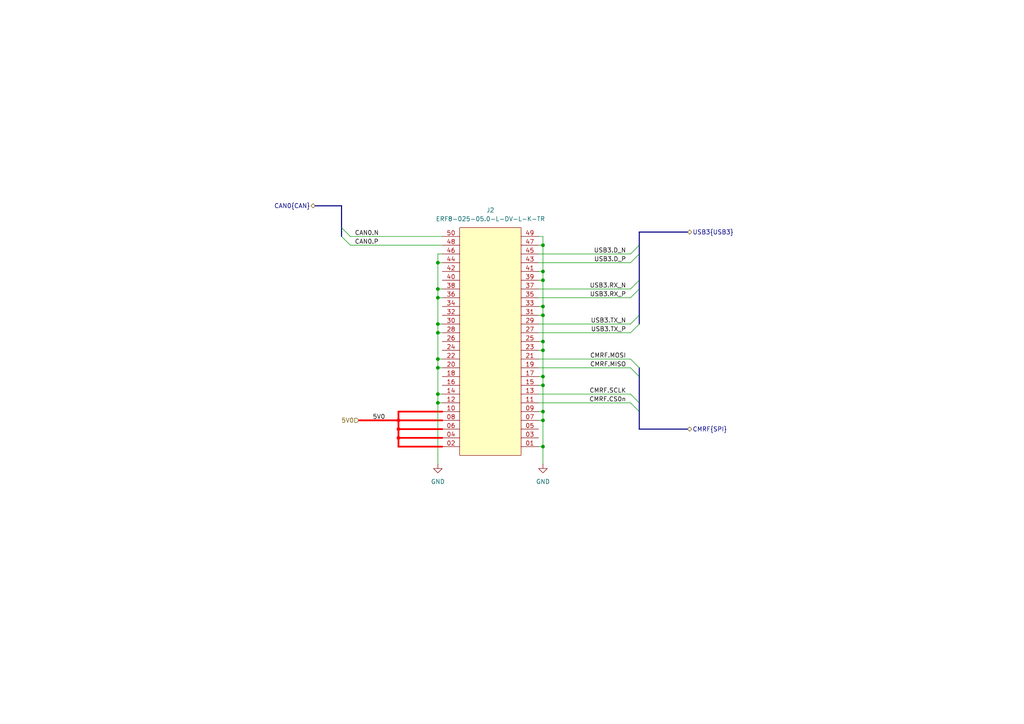
<source format=kicad_sch>
(kicad_sch (version 20250114) (generator "eeschema") (generator_version "9.0")
  (paper "A4")
  (lib_symbols
    (symbol "library:ERF8-025-05.0-L-DV-L-K-TR"
      (property "Reference" "J" (at 0 38.1 0))
      (property "Value" "ERF8-025-05.0-L-DV-L-K-TR" (at 0 35.56 0))
      (symbol "ERF8-025-05.0-L-DV-L-K-TR_1_1"
        (rectangle (start -8.89 33.02) (end 8.89 -33.02) (fill (type color) (color 255 255 194 1)))
        (pin passive line (at -13.97 30.48 0) (length 5.08) (name "") (number "50"))
        (pin passive line (at -13.97 27.94 0) (length 5.08) (name "") (number "48"))
        (pin passive line (at -13.97 25.4 0) (length 5.08) (name "") (number "46"))
        (pin passive line (at -13.97 22.86 0) (length 5.08) (name "") (number "44"))
        (pin passive line (at -13.97 20.32 0) (length 5.08) (name "") (number "42"))
        (pin passive line (at -13.97 17.78 0) (length 5.08) (name "") (number "40"))
        (pin passive line (at -13.97 15.24 0) (length 5.08) (name "") (number "38"))
        (pin passive line (at -13.97 12.7 0) (length 5.08) (name "") (number "36"))
        (pin passive line (at -13.97 10.16 0) (length 5.08) (name "") (number "34"))
        (pin passive line (at -13.97 7.62 0) (length 5.08) (name "") (number "32"))
        (pin passive line (at -13.97 5.08 0) (length 5.08) (name "") (number "30"))
        (pin passive line (at -13.97 2.54 0) (length 5.08) (name "") (number "28"))
        (pin passive line (at -13.97 0 0) (length 5.08) (name "") (number "26"))
        (pin passive line (at -13.97 -2.54 0) (length 5.08) (name "") (number "24"))
        (pin passive line (at -13.97 -5.08 0) (length 5.08) (name "") (number "22"))
        (pin passive line (at -13.97 -7.62 0) (length 5.08) (name "") (number "20"))
        (pin passive line (at -13.97 -10.16 0) (length 5.08) (name "") (number "18"))
        (pin passive line (at -13.97 -12.7 0) (length 5.08) (name "") (number "16"))
        (pin passive line (at -13.97 -15.24 0) (length 5.08) (name "") (number "14"))
        (pin passive line (at -13.97 -17.78 0) (length 5.08) (name "") (number "12"))
        (pin passive line (at -13.97 -20.32 0) (length 5.08) (name "") (number "10"))
        (pin passive line (at -13.97 -22.86 0) (length 5.08) (name "") (number "08"))
        (pin passive line (at -13.97 -25.4 0) (length 5.08) (name "") (number "06"))
        (pin passive line (at -13.97 -27.94 0) (length 5.08) (name "") (number "04"))
        (pin passive line (at -13.97 -30.48 0) (length 5.08) (name "") (number "02"))
        (pin passive line (at 13.97 30.48 180) (length 5.08) (name "") (number "49"))
        (pin passive line (at 13.97 27.94 180) (length 5.08) (name "") (number "47"))
        (pin passive line (at 13.97 25.4 180) (length 5.08) (name "") (number "45"))
        (pin passive line (at 13.97 22.86 180) (length 5.08) (name "") (number "43"))
        (pin passive line (at 13.97 20.32 180) (length 5.08) (name "") (number "41"))
        (pin passive line (at 13.97 17.78 180) (length 5.08) (name "") (number "39"))
        (pin passive line (at 13.97 15.24 180) (length 5.08) (name "") (number "37"))
        (pin passive line (at 13.97 12.7 180) (length 5.08) (name "") (number "35"))
        (pin passive line (at 13.97 10.16 180) (length 5.08) (name "") (number "33"))
        (pin passive line (at 13.97 7.62 180) (length 5.08) (name "") (number "31"))
        (pin passive line (at 13.97 5.08 180) (length 5.08) (name "") (number "29"))
        (pin passive line (at 13.97 2.54 180) (length 5.08) (name "") (number "27"))
        (pin passive line (at 13.97 0 180) (length 5.08) (name "") (number "25"))
        (pin passive line (at 13.97 -2.54 180) (length 5.08) (name "") (number "23"))
        (pin passive line (at 13.97 -5.08 180) (length 5.08) (name "") (number "21"))
        (pin passive line (at 13.97 -7.62 180) (length 5.08) (name "") (number "19"))
        (pin passive line (at 13.97 -10.16 180) (length 5.08) (name "") (number "17"))
        (pin passive line (at 13.97 -12.7 180) (length 5.08) (name "") (number "15"))
        (pin passive line (at 13.97 -15.24 180) (length 5.08) (name "") (number "13"))
        (pin passive line (at 13.97 -17.78 180) (length 5.08) (name "") (number "11"))
        (pin passive line (at 13.97 -20.32 180) (length 5.08) (name "") (number "09"))
        (pin passive line (at 13.97 -22.86 180) (length 5.08) (name "") (number "07"))
        (pin passive line (at 13.97 -25.4 180) (length 5.08) (name "") (number "05"))
        (pin passive line (at 13.97 -27.94 180) (length 5.08) (name "") (number "03"))
        (pin passive line (at 13.97 -30.48 180) (length 5.08) (name "") (number "01"))
      )
    )
    (symbol "library:GND" (power) (pin_numbers (hide yes)) (pin_names (offset 0) (hide yes))
      (property "Value" "GND" (at 0 -3.81 0))
      (symbol "GND_0_1"
        (polyline (pts (xy 0 0) (xy 0 -1.27) (xy 1.27 -1.27) (xy 0 -2.54) (xy -1.27 -1.27) (xy 0 -1.27)))
      )
      (symbol "GND_1_1"
        (pin power_in line (at 0 0 270) (length 0) (name "~") (number "1"))
      )
    )
  )
  (junction (at 157.48 111.76))
  (junction (at 127 104.14))
  (junction (at 157.48 71.12))
  (junction (at 157.48 109.22))
  (junction (at 127 114.3))
  (junction (at 157.48 129.54))
  (junction (at 127 83.82))
  (junction (at 127 96.52))
  (junction (at 157.48 78.74))
  (junction (at 127 86.36))
  (junction (at 127 93.98))
  (junction (at 115.57 121.92) (color 255 0 0 1))
  (junction (at 157.48 81.28))
  (junction (at 127 116.84))
  (junction (at 157.48 101.6))
  (junction (at 157.48 88.9))
  (junction (at 157.48 119.38))
  (junction (at 115.57 124.46) (color 255 0 0 1))
  (junction (at 127 76.2))
  (junction (at 157.48 99.06))
  (junction (at 115.57 127) (color 255 0 0 1))
  (junction (at 157.48 91.44))
  (junction (at 157.48 121.92))
  (junction (at 127 106.68))
  (bus_entry (at 185.42 91.44) (size -2.54 2.54))
  (bus_entry (at 185.42 83.82) (size -2.54 2.54))
  (bus_entry (at 185.42 81.28) (size -2.54 2.54))
  (bus_entry (at 185.42 93.98) (size -2.54 2.54))
  (bus_entry (at 99.06 66.04) (size 2.54 2.54))
  (bus_entry (at 185.42 119.38) (size -2.54 -2.54))
  (bus_entry (at 185.42 71.12) (size -2.54 2.54))
  (bus_entry (at 185.42 73.66) (size -2.54 2.54))
  (bus_entry (at 99.06 68.58) (size 2.54 2.54))
  (bus_entry (at 185.42 116.84) (size -2.54 -2.54))
  (bus_entry (at 185.42 106.68) (size -2.54 -2.54))
  (bus_entry (at 185.42 109.22) (size -2.54 -2.54))
  (wire (pts (xy 157.48 101.6) (xy 157.48 109.22)))
  (wire (pts (xy 115.57 121.92) (xy 128.27 121.92)) (stroke (width 0.508) (color 255 0 0 1)))
  (wire (pts (xy 156.21 83.82) (xy 182.88 83.82)))
  (wire (pts (xy 104.14 121.92) (xy 115.57 121.92)) (stroke (width 0.508) (color 255 0 0 1)))
  (wire (pts (xy 127 86.36) (xy 128.27 86.36)))
  (bus (pts (xy 185.42 73.66) (xy 185.42 81.28)))
  (wire (pts (xy 157.48 81.28) (xy 156.21 81.28)))
  (wire (pts (xy 157.48 71.12) (xy 156.21 71.12)))
  (bus (pts (xy 185.42 91.44) (xy 185.42 93.98)))
  (wire (pts (xy 115.57 119.38) (xy 128.27 119.38)) (stroke (width 0.508) (color 255 0 0 1)))
  (bus (pts (xy 185.42 116.84) (xy 185.42 109.22)))
  (bus (pts (xy 185.42 67.31) (xy 185.42 71.12)))
  (wire (pts (xy 157.48 111.76) (xy 156.21 111.76)))
  (wire (pts (xy 127 96.52) (xy 127 104.14)))
  (wire (pts (xy 127 76.2) (xy 128.27 76.2)))
  (wire (pts (xy 157.48 99.06) (xy 157.48 101.6)))
  (wire (pts (xy 127 86.36) (xy 127 93.98)))
  (wire (pts (xy 156.21 73.66) (xy 182.88 73.66)))
  (wire (pts (xy 127 116.84) (xy 128.27 116.84)))
  (wire (pts (xy 127 76.2) (xy 127 83.82)))
  (wire (pts (xy 157.48 78.74) (xy 156.21 78.74)))
  (wire (pts (xy 127 83.82) (xy 127 86.36)))
  (wire (pts (xy 115.57 129.54) (xy 128.27 129.54)) (stroke (width 0.508) (color 255 0 0 1)))
  (wire (pts (xy 128.27 73.66) (xy 127 73.66)))
  (wire (pts (xy 127 106.68) (xy 127 114.3)))
  (wire (pts (xy 127 93.98) (xy 128.27 93.98)))
  (wire (pts (xy 157.48 91.44) (xy 156.21 91.44)))
  (wire (pts (xy 156.21 129.54) (xy 157.48 129.54)))
  (wire (pts (xy 157.48 91.44) (xy 157.48 99.06)))
  (wire (pts (xy 156.21 104.14) (xy 182.88 104.14)))
  (wire (pts (xy 127 114.3) (xy 127 116.84)))
  (wire (pts (xy 115.57 121.92) (xy 115.57 124.46)) (stroke (width 0.508) (color 255 0 0 1)))
  (wire (pts (xy 157.48 71.12) (xy 157.48 78.74)))
  (wire (pts (xy 157.48 88.9) (xy 157.48 91.44)))
  (bus (pts (xy 199.39 67.31) (xy 185.42 67.31)))
  (wire (pts (xy 127 114.3) (xy 128.27 114.3)))
  (wire (pts (xy 127 116.84) (xy 127 134.62)))
  (wire (pts (xy 156.21 76.2) (xy 182.88 76.2)))
  (wire (pts (xy 157.48 121.92) (xy 156.21 121.92)))
  (bus (pts (xy 99.06 59.69) (xy 99.06 66.04)))
  (wire (pts (xy 101.6 71.12) (xy 128.27 71.12)))
  (bus (pts (xy 185.42 124.46) (xy 185.42 119.38)))
  (wire (pts (xy 127 96.52) (xy 128.27 96.52)))
  (wire (pts (xy 115.57 119.38) (xy 115.57 121.92)) (stroke (width 0.508) (color 255 0 0 1)))
  (wire (pts (xy 157.48 111.76) (xy 157.48 119.38)))
  (wire (pts (xy 127 73.66) (xy 127 76.2)))
  (wire (pts (xy 127 83.82) (xy 128.27 83.82)))
  (wire (pts (xy 157.48 109.22) (xy 156.21 109.22)))
  (wire (pts (xy 115.57 124.46) (xy 128.27 124.46)) (stroke (width 0.508) (color 255 0 0 1)))
  (wire (pts (xy 157.48 99.06) (xy 156.21 99.06)))
  (wire (pts (xy 156.21 106.68) (xy 182.88 106.68)))
  (wire (pts (xy 157.48 101.6) (xy 156.21 101.6)))
  (wire (pts (xy 157.48 121.92) (xy 157.48 129.54)))
  (bus (pts (xy 185.42 106.68) (xy 185.42 109.22)))
  (wire (pts (xy 156.21 68.58) (xy 157.48 68.58)))
  (bus (pts (xy 185.42 71.12) (xy 185.42 73.66)))
  (wire (pts (xy 157.48 119.38) (xy 156.21 119.38)))
  (wire (pts (xy 157.48 129.54) (xy 157.48 134.62)))
  (wire (pts (xy 115.57 127) (xy 115.57 129.54)) (stroke (width 0.508) (color 255 0 0 1)))
  (wire (pts (xy 127 104.14) (xy 128.27 104.14)))
  (wire (pts (xy 157.48 88.9) (xy 156.21 88.9)))
  (wire (pts (xy 157.48 68.58) (xy 157.48 71.12)))
  (wire (pts (xy 115.57 124.46) (xy 115.57 127)) (stroke (width 0.508) (color 255 0 0 1)))
  (wire (pts (xy 157.48 119.38) (xy 157.48 121.92)))
  (wire (pts (xy 127 106.68) (xy 128.27 106.68)))
  (wire (pts (xy 156.21 114.3) (xy 182.88 114.3)))
  (wire (pts (xy 156.21 86.36) (xy 182.88 86.36)))
  (bus (pts (xy 185.42 81.28) (xy 185.42 83.82)))
  (wire (pts (xy 115.57 127) (xy 128.27 127)) (stroke (width 0.508) (color 255 0 0 1)))
  (bus (pts (xy 185.42 83.82) (xy 185.42 91.44)))
  (wire (pts (xy 127 93.98) (xy 127 96.52)))
  (wire (pts (xy 156.21 116.84) (xy 182.88 116.84)))
  (wire (pts (xy 156.21 93.98) (xy 182.88 93.98)))
  (wire (pts (xy 127 104.14) (xy 127 106.68)))
  (bus (pts (xy 185.42 119.38) (xy 185.42 116.84)))
  (bus (pts (xy 99.06 66.04) (xy 99.06 68.58)))
  (wire (pts (xy 157.48 78.74) (xy 157.48 81.28)))
  (wire (pts (xy 157.48 109.22) (xy 157.48 111.76)))
  (wire (pts (xy 156.21 96.52) (xy 182.88 96.52)))
  (wire (pts (xy 157.48 81.28) (xy 157.48 88.9)))
  (wire (pts (xy 101.6 68.58) (xy 128.27 68.58)))
  (bus (pts (xy 185.42 124.46) (xy 199.39 124.46)))
  (bus (pts (xy 91.44 59.69) (xy 99.06 59.69)))
  (label "USB3.RX_N" (at 181.61 83.82 180))
  (label "CAN0.P" (at 102.87 71.12 0))
  (label "5V0" (at 111.76 121.92 180))
  (label "USB3.TX_P" (at 181.61 96.52 180))
  (label "USB3.TX_N" (at 181.61 93.98 180))
  (label "CMRF.CS0n" (at 181.61 116.84 180))
  (label "CMRF.SCLK" (at 181.61 114.3 180))
  (label "CMRF.MISO" (at 181.61 106.68 180))
  (label "USB3.D_P" (at 181.61 76.2 180))
  (label "CAN0.N" (at 102.87 68.58 0))
  (label "USB3.RX_P" (at 181.61 86.36 180))
  (label "USB3.D_N" (at 181.61 73.66 180))
  (label "CMRF.MOSI" (at 181.61 104.14 180))
  (hierarchical_label "USB3{USB3}" (shape bidirectional) (at 199.39 67.31 0))
  (hierarchical_label "CMRF{SPI}" (shape bidirectional) (at 199.39 124.46 0))
  (hierarchical_label "CAN0{CAN}" (shape bidirectional) (at 91.44 59.69 180))
  (hierarchical_label "5V0" (shape input) (at 104.14 121.92 180))
  (symbol (lib_id "library:GND") (at 157.48 134.62 0) (unit 1)
    (property "Reference" "#PWR02" (effects (hide yes)))
    (property "Value" "GND" (at 157.48 139.7 0))
    (property "Description" "Power symbol creates a global label with name \"GND\" , ground" (effects (hide yes)))
  )
  (symbol (lib_id "library:GND") (at 127 134.62 0) (unit 1)
    (property "Reference" "#PWR01" (effects (hide yes)))
    (property "Value" "GND" (at 127 139.7 0))
    (property "Description" "Power symbol creates a global label with name \"GND\" , ground" (effects (hide yes)))
  )
  (symbol (lib_id "library:ERF8-025-05.0-L-DV-L-K-TR") (at 142.24 99.06 0) (unit 1)
    (property "Reference" "J2" (at 142.24 60.96 0))
    (property "Value" "ERF8-025-05.0-L-DV-L-K-TR" (at 142.24 63.5 0))
    (property "Footprint" "library:SAMTEC_ERF8-025-05.0-L-DV-L-K-TR" (effects (hide yes)))
  )
)
</source>
